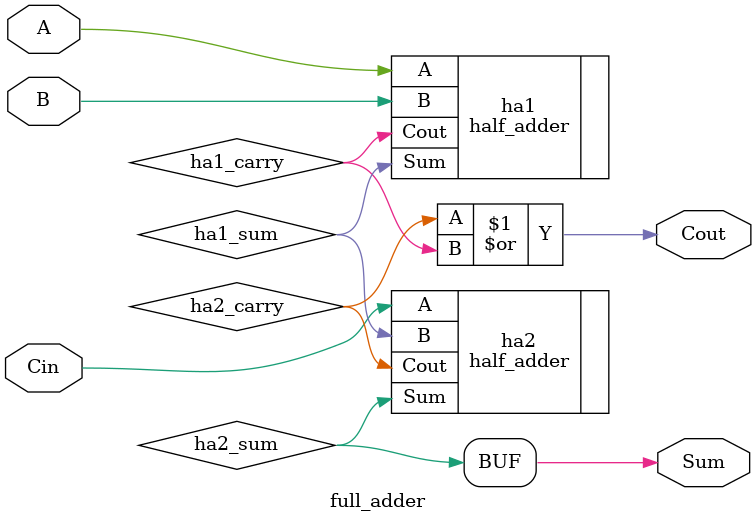
<source format=sv>
module full_adder (
	input  logic A,
	input  logic B,
	input  logic Cin,
	output logic Sum,
	output logic Cout
	);

	logic ha1_sum, ha2_sum;
	logic ha1_carry, ha2_carry;


half_adder ha1(
	.A   (A),
	.B   (B),
	.Sum (ha1_sum),
	.Cout(ha1_carry)
);
	
half_adder ha2(
	.A   (Cin),
	.B   (ha1_sum),
	.Sum (ha2_sum),
	.Cout(ha2_carry)
);

assign Cout = ha2_carry | ha1_carry;
assign Sum = ha2_sum;
	
endmodule
</source>
